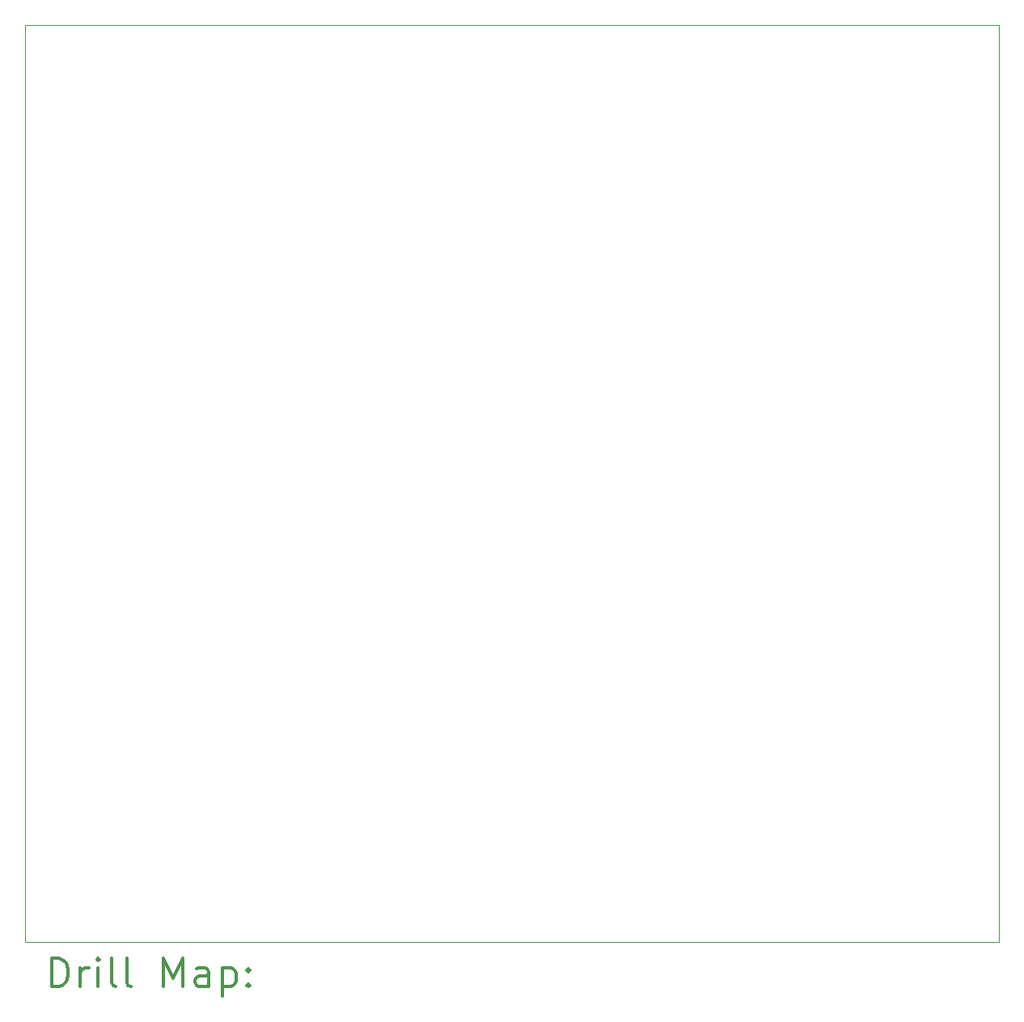
<source format=gbr>
%FSLAX45Y45*%
G04 Gerber Fmt 4.5, Leading zero omitted, Abs format (unit mm)*
G04 Created by KiCad (PCBNEW (5.1.9)-1) date 2022-07-23 11:43:17*
%MOMM*%
%LPD*%
G01*
G04 APERTURE LIST*
%TA.AperFunction,Profile*%
%ADD10C,0.100000*%
%TD*%
%ADD11C,0.200000*%
%ADD12C,0.300000*%
G04 APERTURE END LIST*
D10*
X8500000Y-13900000D02*
X8500000Y-4300000D01*
X18700000Y-13900000D02*
X8500000Y-13900000D01*
X18700000Y-4300000D02*
X18700000Y-13900000D01*
X8500000Y-4300000D02*
X18700000Y-4300000D01*
D11*
D12*
X8781428Y-14370714D02*
X8781428Y-14070714D01*
X8852857Y-14070714D01*
X8895714Y-14085000D01*
X8924286Y-14113571D01*
X8938571Y-14142143D01*
X8952857Y-14199286D01*
X8952857Y-14242143D01*
X8938571Y-14299286D01*
X8924286Y-14327857D01*
X8895714Y-14356429D01*
X8852857Y-14370714D01*
X8781428Y-14370714D01*
X9081428Y-14370714D02*
X9081428Y-14170714D01*
X9081428Y-14227857D02*
X9095714Y-14199286D01*
X9110000Y-14185000D01*
X9138571Y-14170714D01*
X9167143Y-14170714D01*
X9267143Y-14370714D02*
X9267143Y-14170714D01*
X9267143Y-14070714D02*
X9252857Y-14085000D01*
X9267143Y-14099286D01*
X9281428Y-14085000D01*
X9267143Y-14070714D01*
X9267143Y-14099286D01*
X9452857Y-14370714D02*
X9424286Y-14356429D01*
X9410000Y-14327857D01*
X9410000Y-14070714D01*
X9610000Y-14370714D02*
X9581428Y-14356429D01*
X9567143Y-14327857D01*
X9567143Y-14070714D01*
X9952857Y-14370714D02*
X9952857Y-14070714D01*
X10052857Y-14285000D01*
X10152857Y-14070714D01*
X10152857Y-14370714D01*
X10424286Y-14370714D02*
X10424286Y-14213571D01*
X10410000Y-14185000D01*
X10381428Y-14170714D01*
X10324286Y-14170714D01*
X10295714Y-14185000D01*
X10424286Y-14356429D02*
X10395714Y-14370714D01*
X10324286Y-14370714D01*
X10295714Y-14356429D01*
X10281428Y-14327857D01*
X10281428Y-14299286D01*
X10295714Y-14270714D01*
X10324286Y-14256429D01*
X10395714Y-14256429D01*
X10424286Y-14242143D01*
X10567143Y-14170714D02*
X10567143Y-14470714D01*
X10567143Y-14185000D02*
X10595714Y-14170714D01*
X10652857Y-14170714D01*
X10681428Y-14185000D01*
X10695714Y-14199286D01*
X10710000Y-14227857D01*
X10710000Y-14313571D01*
X10695714Y-14342143D01*
X10681428Y-14356429D01*
X10652857Y-14370714D01*
X10595714Y-14370714D01*
X10567143Y-14356429D01*
X10838571Y-14342143D02*
X10852857Y-14356429D01*
X10838571Y-14370714D01*
X10824286Y-14356429D01*
X10838571Y-14342143D01*
X10838571Y-14370714D01*
X10838571Y-14185000D02*
X10852857Y-14199286D01*
X10838571Y-14213571D01*
X10824286Y-14199286D01*
X10838571Y-14185000D01*
X10838571Y-14213571D01*
M02*

</source>
